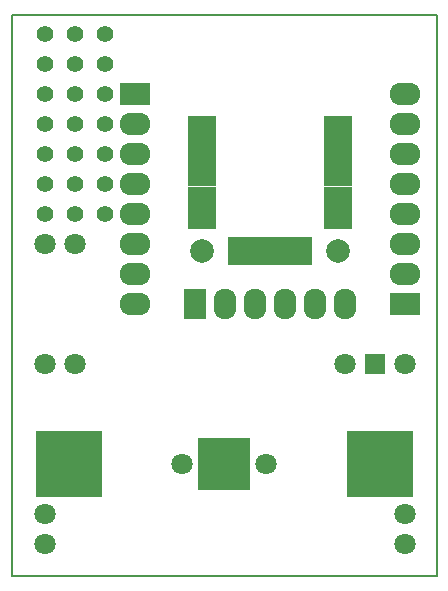
<source format=gts>
G04 #@! TF.FileFunction,Soldermask,Top*
%FSLAX46Y46*%
G04 Gerber Fmt 4.6, Leading zero omitted, Abs format (unit mm)*
G04 Created by KiCad (PCBNEW 4.0.4-stable) date *
%MOMM*%
%LPD*%
G01*
G04 APERTURE LIST*
%ADD10C,0.100000*%
%ADD11C,0.150000*%
%ADD12C,1.396998*%
%ADD13C,1.799998*%
%ADD14R,5.600000X5.600000*%
%ADD15R,4.400000X4.400000*%
%ADD16C,1.797000*%
%ADD17R,2.400000X1.200000*%
%ADD18C,2.000000*%
%ADD19R,1.200000X2.400000*%
%ADD20R,2.599640X1.924000*%
%ADD21O,2.599640X1.924000*%
%ADD22R,1.924000X2.599640*%
%ADD23O,1.924000X2.599640*%
%ADD24R,1.797000X1.797000*%
G04 APERTURE END LIST*
D10*
D11*
X100000000Y-100000000D02*
X100000000Y-147500000D01*
X100000000Y-147500000D02*
X136000000Y-147500000D01*
X136000000Y-100000000D02*
X136000000Y-147500000D01*
X100000000Y-100000000D02*
X136000000Y-100000000D01*
D12*
X102870000Y-116840000D03*
X105410000Y-116840000D03*
X107950000Y-116840000D03*
X107950000Y-114300000D03*
X105410000Y-114300000D03*
X102870000Y-114300000D03*
X102870000Y-111760000D03*
X105410000Y-111760000D03*
X107950000Y-111760000D03*
X107950000Y-109220000D03*
X105410000Y-109220000D03*
X102870000Y-109220000D03*
X102870000Y-106680000D03*
X105410000Y-106680000D03*
X107950000Y-106680000D03*
X107950000Y-104140000D03*
X105410000Y-104140000D03*
X102870000Y-104140000D03*
X105410000Y-101600000D03*
D13*
X121539000Y-138049000D03*
X114427000Y-138049000D03*
X133350000Y-144780000D03*
X133350000Y-142240000D03*
X102870000Y-144780000D03*
X102870000Y-142240000D03*
D14*
X104855000Y-138000000D03*
X131155000Y-138000000D03*
D15*
X118005000Y-138000000D03*
D16*
X105410000Y-129540000D03*
X105410000Y-119380000D03*
D17*
X116135000Y-109115000D03*
X116135000Y-110315000D03*
X116135000Y-111515000D03*
X116135000Y-112715000D03*
X116135000Y-113915000D03*
X116135000Y-115115000D03*
X116135000Y-116315000D03*
X116135000Y-117515000D03*
D18*
X116135000Y-120015000D03*
D19*
X118885000Y-120015000D03*
X120085000Y-120015000D03*
X121285000Y-120015000D03*
X122485000Y-120015000D03*
X123685000Y-120015000D03*
X124885000Y-120015000D03*
D18*
X127635000Y-120015000D03*
D17*
X127635000Y-117515000D03*
X127635000Y-116315000D03*
X127635000Y-115115000D03*
X127635000Y-113915000D03*
X127635000Y-112715000D03*
X127635000Y-111515000D03*
X127635000Y-110315000D03*
X127635000Y-109115000D03*
D20*
X110490000Y-106680000D03*
D21*
X110490000Y-109220000D03*
X110490000Y-111760000D03*
X110490000Y-114300000D03*
X110490000Y-116840000D03*
X110490000Y-119380000D03*
X110490000Y-121920000D03*
X110490000Y-124460000D03*
D22*
X115570000Y-124460000D03*
D23*
X118110000Y-124460000D03*
X120650000Y-124460000D03*
X123190000Y-124460000D03*
X125730000Y-124460000D03*
X128270000Y-124460000D03*
D20*
X133350000Y-124460000D03*
D21*
X133350000Y-121920000D03*
X133350000Y-119380000D03*
X133350000Y-116840000D03*
X133350000Y-114300000D03*
X133350000Y-111760000D03*
X133350000Y-109220000D03*
X133350000Y-106680000D03*
D16*
X102870000Y-119380000D03*
X102870000Y-129540000D03*
D24*
X130810000Y-129540000D03*
D16*
X133350000Y-129540000D03*
X128270000Y-129540000D03*
D12*
X102870000Y-101600000D03*
X107950000Y-101600000D03*
M02*

</source>
